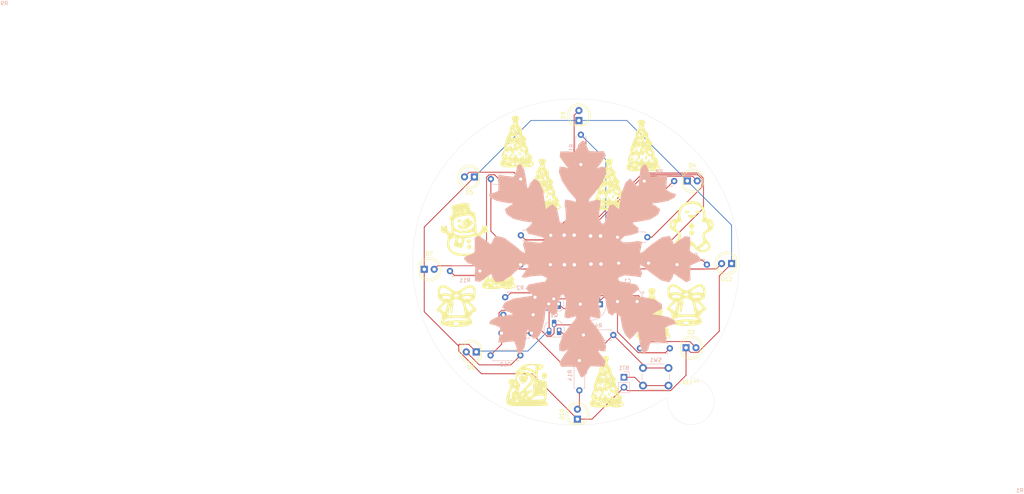
<source format=kicad_pcb>
(kicad_pcb (version 20241229) (generator "pcbnew") (generator_version "9.0")
  (layers (0 "F.Cu" signal) (2 "B.Cu" signal) (13 "F.Paste" user) (15 "B.Paste" user) (5 "F.SilkS" user "F.Silkscreen") (7 "B.SilkS" user "B.Silkscreen") (1 "F.Mask" user) (3 "B.Mask" user) (25 "Edge.Cuts" user))
  (net 0 "")
  (net 1 "Net-(BT1--)")
  (net 2 "Net-(BT1-+)")
  (net 3 "Net-(Q1-B)")
  (net 4 "Net-(Q2-C)")
  (net 5 "Net-(Q2-B)")
  (net 6 "Net-(Q1-C)")
  (net 7 "Net-(D1-A)")
  (net 8 "Net-(D2-A)")
  (net 9 "Net-(D3-A)")
  (net 10 "Net-(D4-A)")
  (net 11 "Net-(D5-A)")
  (net 12 "Net-(D6-A)")
  (net 13 "Net-(D7-A)")
  (net 14 "Net-(D8-A)")
  (net 15 "Net-(D9-A)")
  (net 16 "Net-(D10-A)")
  (net 17 "Net-(D11-A)")
  (net 18 "Net-(D12-A)")
  (net 19 "Net-(R1-Pad1)")
  (footprint "LOGO" (layer "F.Cu") (at 206.81 48.96)
    (property "Reference" "G***" (hide yes))
    (property "Value" "LOGO" (hide yes))
  )
  (footprint "LED_THT:LED_D5.0mm" (layer "F.Cu") (at 180.846299 58.443674)
    (property "Reference" "D11" (at 1.27 -3.96 0) (layer "F.SilkS"))
    (property "Value" "LED")
    (pad "1" thru_hole rect (at 0 0) (size 1.8 1.8) (drill 0.9) (layers "*.Cu" "*.Mask") (net 1 "Net-(BT1--)"))
    (pad "2" thru_hole circle (at 2.54 0) (size 1.8 1.8) (drill 0.9) (layers "*.Cu" "*.Mask") (net 17 "Net-(D11-A)"))
  )
  (footprint "LOGO" (layer "F.Cu") (at 184.87 88.37)
    (property "Reference" "G***" (at 0 0 0) (layer "F.SilkS") (effects (font (size 1.5 1.5) (thickness 0.3))))
    (property "Value" "LOGO" (hide yes))
  )
  (footprint "LED_THT:LED_D5.0mm" (layer "F.Cu") (at 138.317813 59.77721)
    (property "Reference" "D7" (at 1.27 -3.96 0) (layer "F.SilkS"))
    (property "Value" "LED")
    (pad "1" thru_hole rect (at 0 0) (size 1.8 1.8) (drill 0.9) (layers "*.Cu" "*.Mask") (net 1 "Net-(BT1--)"))
    (pad "2" thru_hole circle (at 2.54 0) (size 1.8 1.8) (drill 0.9) (layers "*.Cu" "*.Mask") (net 13 "Net-(D7-A)"))
  )
  (footprint "LOGO" (layer "F.Cu") (at 148.76 49.64)
    (property "Reference" "G***" (hide yes))
    (property "Value" "LOGO" (hide yes))
  )
  (footprint "LED_THT:LED_D5.0mm" (layer "F.Cu") (at 174.009888 51.056558)
    (property "Reference" "D8" (at 1.27 -3.96 0) (layer "F.SilkS"))
    (property "Value" "LED")
    (pad "1" thru_hole rect (at 0 0) (size 1.8 1.8) (drill 0.9) (layers "*.Cu" "*.Mask") (net 1 "Net-(BT1--)"))
    (pad "2" thru_hole circle (at 2.54 0) (size 1.8 1.8) (drill 0.9) (layers "*.Cu" "*.Mask") (net 14 "Net-(D8-A)"))
  )
  (footprint "LOGO" (layer "F.Cu") (at 205.2 68.99)
    (property "Reference" "G***" (hide yes))
    (property "Value" "LOGO" (hide yes))
  )
  (footprint "LED_THT:LED_D5.0mm" (layer "F.Cu") (at 205.09645 79.803416)
    (property "Reference" "D2" (at 1.27 -3.96 0) (layer "F.SilkS"))
    (property "Value" "LED")
    (pad "1" thru_hole rect (at 0 0) (size 1.8 1.8) (drill 0.9) (layers "*.Cu" "*.Mask") (net 1 "Net-(BT1--)"))
    (pad "2" thru_hole circle (at 2.54 0) (size 1.8 1.8) (drill 0.9) (layers "*.Cu" "*.Mask") (net 8 "Net-(D2-A)"))
  )
  (footprint "LED_THT:LED_D5.0mm" (layer "F.Cu") (at 183.29 51.28 180)
    (property "Reference" "D1" (at 1.27 -3.96 0) (layer "F.SilkS"))
    (property "Value" "LED")
    (pad "1" thru_hole rect (at 0 0 180) (size 1.8 1.8) (drill 0.9) (layers "*.Cu" "*.Mask") (net 1 "Net-(BT1--)"))
    (pad "2" thru_hole circle (at 2.54 0 180) (size 1.8 1.8) (drill 0.9) (layers "*.Cu" "*.Mask") (net 7 "Net-(D1-A)"))
  )
  (footprint "LOGO" (layer "F.Cu") (at 157.36 58.12)
    (property "Reference" "G***" (at 0 0 0) (layer "F.SilkS") (effects (font (size 1.5 1.5) (thickness 0.3))))
    (property "Value" "LOGO" (hide yes))
  )
  (footprint "LED_THT:LED_D5.0mm" (layer "F.Cu") (at 151.113832 36.187037 180)
    (property "Reference" "D5" (at 1.27 -3.96 0) (layer "F.SilkS"))
    (property "Value" "LED")
    (pad "1" thru_hole rect (at 0 0 180) (size 1.8 1.8) (drill 0.9) (layers "*.Cu" "*.Mask") (net 1 "Net-(BT1--)"))
    (pad "2" thru_hole circle (at 2.54 0 180) (size 1.8 1.8) (drill 0.9) (layers "*.Cu" "*.Mask") (net 11 "Net-(D5-A)"))
  )
  (footprint "LOGO" (layer "F.Cu") (at 146.58 69.22)
    (property "Reference" "G***" (hide yes))
    (property "Value" "LOGO" (hide yes))
  )
  (footprint "MountingHole:MountingHole_3.7mm" (layer "F.Cu") (at 206.3 93.34)
    (property "Reference" "REF**" (at 0 -4.65 0) (layer "F.SilkS"))
    (property "Value" "MountingHole_3.7mm")
    (pad "" np_thru_hole circle (at 0 0) (size 3.7 3.7) (drill 3.7) (layers "*.Cu" "*.Mask"))
  )
  (footprint "LED_THT:LED_D5.0mm" (layer "F.Cu") (at 177.762471 21.782892 90)
    (property "Reference" "D9" (at 1.27 -3.96 90) (layer "F.SilkS"))
    (property "Value" "LED")
    (pad "1" thru_hole rect (at 0 0 90) (size 1.8 1.8) (drill 0.9) (layers "*.Cu" "*.Mask") (net 1 "Net-(BT1--)"))
    (pad "2" thru_hole circle (at 2.54 0 90) (size 1.8 1.8) (drill 0.9) (layers "*.Cu" "*.Mask") (net 15 "Net-(D9-A)"))
  )
  (footprint "LOGO" (layer "F.Cu") (at 194.19 28.04)
    (property "Reference" "G***" (at 0 0 0) (layer "F.SilkS") (effects (font (size 1.5 1.5) (thickness 0.3))))
    (property "Value" "LOGO" (hide yes))
  )
  (footprint "LOGO" (layer "F.Cu") (at 161.98 27.06)
    (property "Reference" "G***" (at 0 0 0) (layer "F.SilkS") (effects (font (size 1.5 1.5) (thickness 0.3))))
    (property "Value" "LOGO" (hide yes))
  )
  (footprint "LED_THT:LED_D5.0mm" (layer "F.Cu") (at 174.064626 58.613358)
    (property "Reference" "D3" (at 1.27 -3.96 0) (layer "F.SilkS"))
    (property "Value" "LED")
    (pad "1" thru_hole rect (at 0 0) (size 1.8 1.8) (drill 0.9) (layers "*.Cu" "*.Mask") (net 1 "Net-(BT1--)"))
    (pad "2" thru_hole circle (at 2.54 0) (size 1.8 1.8) (drill 0.9) (layers "*.Cu" "*.Mask") (net 9 "Net-(D3-A)"))
  )
  (footprint "LOGO" (layer "F.Cu") (at 185.85 38.01)
    (property "Reference" "G***" (at 0 0 0) (layer "F.SilkS") (effects (font (size 1.5 1.5) (thickness 0.3))))
    (property "Value" "LOGO" (hide yes))
  )
  (footprint "LED_THT:LED_D5.0mm" (layer "F.Cu") (at 177.39 98.045 90)
    (property "Reference" "D10" (at 1.27 -3.96 90) (layer "F.SilkS"))
    (property "Value" "LED")
    (pad "1" thru_hole rect (at 0 0 90) (size 1.8 1.8) (drill 0.9) (layers "*.Cu" "*.Mask") (net 1 "Net-(BT1--)"))
    (pad "2" thru_hole circle (at 2.54 0 90) (size 1.8 1.8) (drill 0.9) (layers "*.Cu" "*.Mask") (net 16 "Net-(D10-A)"))
  )
  (footprint "LOGO" (layer "F.Cu") (at 168.85 38.01)
    (property "Reference" "G***" (at 0 0 0) (layer "F.SilkS") (effects (font (size 1.5 1.5) (thickness 0.3))))
    (property "Value" "LOGO" (hide yes))
  )
  (footprint "LOGO" (layer "F.Cu") (at 196.81 71.04)
    (property "Reference" "G***" (at 0 0 0) (layer "F.SilkS") (effects (font (size 1.5 1.5) (thickness 0.3))))
    (property "Value" "LOGO" (hide yes))
  )
  (footprint "LED_THT:LED_D5.0mm" (layer "F.Cu") (at 151.576696 80.871969 180)
    (property "Reference" "D6" (at 1.27 -3.96 0) (layer "F.SilkS"))
    (property "Value" "LED")
    (pad "1" thru_hole rect (at 0 0 180) (size 1.8 1.8) (drill 0.9) (layers "*.Cu" "*.Mask") (net 1 "Net-(BT1--)"))
    (pad "2" thru_hole circle (at 2.54 0 180) (size 1.8 1.8) (drill 0.9) (layers "*.Cu" "*.Mask") (net 12 "Net-(D6-A)"))
  )
  (footprint "LED_THT:LED_D5.0mm" (layer "F.Cu") (at 205.414547 37.205186)
    (property "Reference" "D4" (at 1.27 -3.96 0) (layer "F.SilkS"))
    (property "Value" "LED")
    (pad "1" thru_hole rect (at 0 0) (size 1.8 1.8) (drill 0.9) (layers "*.Cu" "*.Mask") (net 1 "Net-(BT1--)"))
    (pad "2" thru_hole circle (at 2.54 0) (size 1.8 1.8) (drill 0.9) (layers "*.Cu" "*.Mask") (net 10 "Net-(D4-A)"))
  )
  (footprint "LED_THT:LED_D5.0mm" (layer "F.Cu") (at 216.71 58.32 180)
    (property "Reference" "D12" (at 1.27 -3.96 0) (layer "F.SilkS"))
    (property "Value" "LED")
    (pad "1" thru_hole rect (at 0 0 180) (size 1.8 1.8) (drill 0.9) (layers "*.Cu" "*.Mask") (net 1 "Net-(BT1--)"))
    (pad "2" thru_hole circle (at 2.54 0 180) (size 1.8 1.8) (drill 0.9) (layers "*.Cu" "*.Mask") (net 18 "Net-(D12-A)"))
  )
  (footprint "LOGO" (layer "F.Cu") (at 164.56 89.31)
    (property "Reference" "G***" (hide yes))
    (property "Value" "LOGO" (hide yes))
  )
  (footprint "Resistor_THT:R_Axial_DIN0207_L6.3mm_D2.5mm_P7.62mm_Horizontal" (layer "B.Cu") (at 166.11 71.38 180)
    (property "Reference" "R1" (at -124.105302 -44.87 0) (layer "B.SilkS") (effects (justify mirror)))
    (property "Value" "1M")
    (pad "1" thru_hole circle (at 0 0 180) (size 1.6 1.6) (drill 0.8) (layers "*.Cu" "*.Mask") (net 19 "Net-(R1-Pad1)"))
    (pad "2" thru_hole circle (at 7.62 0 180) (size 1.6 1.6) (drill 0.8) (layers "*.Cu" "*.Mask") (net 3 "Net-(Q1-B)"))
  )
  (footprint "Resistor_THT:R_Axial_DIN0207_L6.3mm_D2.5mm_P7.62mm_Horizontal" (layer "B.Cu") (at 210.42 58.58 180)
    (property "Reference" "R16" (at 3.81 2.37 0) (layer "B.SilkS") (effects (justify mirror)))
    (property "Value" "R_US")
    (pad "1" thru_hole circle (at 0 0 180) (size 1.6 1.6) (drill 0.8) (layers "*.Cu" "*.Mask") (net 6 "Net-(Q1-C)"))
    (pad "2" thru_hole circle (at 7.62 0 180) (size 1.6 1.6) (drill 0.8) (layers "*.Cu" "*.Mask") (net 18 "Net-(D12-A)"))
  )
  (footprint "Resistor_THT:R_Axial_DIN0207_L6.3mm_D2.5mm_P7.62mm_Horizontal" (layer "B.Cu") (at 155.23 81.75)
    (property "Reference" "R10" (at 3.81 2.37 0) (layer "B.SilkS") (effects (justify mirror)))
    (property "Value" "R_US")
    (pad "1" thru_hole circle (at 0 0) (size 1.6 1.6) (drill 0.8) (layers "*.Cu" "*.Mask") (net 4 "Net-(Q2-C)"))
    (pad "2" thru_hole circle (at 7.62 0) (size 1.6 1.6) (drill 0.8) (layers "*.Cu" "*.Mask") (net 12 "Net-(D6-A)"))
  )
  (footprint "Resistor_THT:R_Axial_DIN0207_L6.3mm_D2.5mm_P7.62mm_Horizontal" (layer "B.Cu") (at 177.89 83.075 -90)
    (property "Reference" "R14" (at 3.81 2.37 90) (layer "B.SilkS") (effects (justify mirror)))
    (property "Value" "R_US")
    (pad "1" thru_hole circle (at 0 0 270) (size 1.6 1.6) (drill 0.8) (layers "*.Cu" "*.Mask") (net 6 "Net-(Q1-C)"))
    (pad "2" thru_hole circle (at 7.62 0 270) (size 1.6 1.6) (drill 0.8) (layers "*.Cu" "*.Mask") (net 16 "Net-(D10-A)"))
  )
  (footprint "Resistor_THT:R_Axial_DIN0207_L6.3mm_D2.5mm_P7.62mm_Horizontal" (layer "B.Cu") (at 200.96 79.96 180)
    (property "Reference" "R6" (at 3.81 2.37 0) (layer "B.SilkS") (effects (justify mirror)))
    (property "Value" "R_US")
    (pad "1" thru_hole circle (at 0 0 180) (size 1.6 1.6) (drill 0.8) (layers "*.Cu" "*.Mask") (net 4 "Net-(Q2-C)"))
    (pad "2" thru_hole circle (at 7.62 0 180) (size 1.6 1.6) (drill 0.8) (layers "*.Cu" "*.Mask") (net 8 "Net-(D2-A)"))
  )
  (footprint "Capacitor_THT:CP_Radial_D8.0mm_P5.00mm" (layer "B.Cu") (at 183.12 68.69 180)
    (property "Reference" "C2" (at 2.5 5.25 0) (layer "B.SilkS") (effects (justify mirror)))
    (property "Value" "0.47uf")
    (pad "1" thru_hole roundrect (at 0 0 180) (size 1.6 1.6) (drill 0.8) (layers "*.Cu" "*.Mask") (roundrect_rratio 0.15625) (net 6 "Net-(Q1-C)"))
    (pad "2" thru_hole circle (at 5 0 180) (size 1.6 1.6) (drill 0.8) (layers "*.Cu" "*.Mask") (net 5 "Net-(Q2-B)"))
  )
  (footprint "Resistor_THT:R_Axial_DIN0207_L6.3mm_D2.5mm_P7.62mm_Horizontal" (layer "B.Cu") (at 202.07 37.25 180)
    (property "Reference" "R8" (at 3.81 2.37 0) (layer "B.SilkS") (effects (justify mirror)))
    (property "Value" "R_US")
    (pad "1" thru_hole circle (at 0 0 180) (size 1.6 1.6) (drill 0.8) (layers "*.Cu" "*.Mask") (net 4 "Net-(Q2-C)"))
    (pad "2" thru_hole circle (at 7.62 0 180) (size 1.6 1.6) (drill 0.8) (layers "*.Cu" "*.Mask") (net 10 "Net-(D4-A)"))
  )
  (footprint "LOGO" (layer "B.Cu") (at 178.69 57.15 180)
    (property "Reference" "G***" (at 0 0 0) (layer "B.SilkS") (effects (font (size 1.5 1.5) (thickness 0.3)) (justify mirror)))
    (property "Value" "LOGO" (hide yes))
  )
  (footprint "Resistor_THT:R_Axial_DIN0207_L6.3mm_D2.5mm_P7.62mm_Horizontal" (layer "B.Cu") (at 165.64 76.09 180)
    (property "Reference" "R3" (at 3.81 2.37 0) (layer "B.SilkS") (effects (justify mirror)))
    (property "Value" "8.2K")
    (pad "1" thru_hole circle (at 0 0 180) (size 1.6 1.6) (drill 0.8) (layers "*.Cu" "*.Mask") (net 19 "Net-(R1-Pad1)"))
    (pad "2" thru_hole circle (at 7.62 0 180) (size 1.6 1.6) (drill 0.8) (layers "*.Cu" "*.Mask") (net 4 "Net-(Q2-C)"))
  )
  (footprint "Package_TO_SOT_THT:TO-92L_HandSolder" (layer "B.Cu") (at 172.71 75.24 180)
    (property "Reference" "Q1" (at 1.27 3.8 0) (layer "B.SilkS") (effects (justify mirror)))
    (property "Value" "NPN")
    (pad "1" thru_hole rect (at 0 0 180) (size 1.1 1.8) (drill 0.75 (offset 0 -0.4)) (layers "*.Cu" "*.Mask") (net 6 "Net-(Q1-C)"))
    (pad "2" thru_hole roundrect (at 1.27 1.27 180) (size 1.1 1.8) (drill 0.75 (offset 0 0.4)) (layers "*.Cu" "*.Mask") (net 3 "Net-(Q1-B)"))
    (pad "3" thru_hole roundrect (at 2.54 0 180) (size 1.1 1.8) (drill 0.75 (offset 0 -0.4)) (layers "*.Cu" "*.Mask") (net 1 "Net-(BT1--)"))
  )
  (footprint "Resistor_THT:R_Axial_DIN0207_L6.3mm_D2.5mm_P7.62mm_Horizontal" (layer "B.Cu") (at 170.59 51.1 180)
    (property "Reference" "R12" (at 3.81 2.37 0) (layer "B.SilkS") (effects (justify mirror)))
    (property "Value" "R_US")
    (pad "1" thru_hole circle (at 0 0 180) (size 1.6 1.6) (drill 0.8) (layers "*.Cu" "*.Mask") (net 6 "Net-(Q1-C)"))
    (pad "2" thru_hole circle (at 7.62 0 180) (size 1.6 1.6) (drill 0.8) (layers "*.Cu" "*.Mask") (net 14 "Net-(D8-A)"))
  )
  (footprint "Resistor_THT:R_Axial_DIN0207_L6.3mm_D2.5mm_P7.62mm_Horizontal" (layer "B.Cu") (at 186.55 76.56 180)
    (property "Reference" "R4" (at 3.81 2.37 0) (layer "B.SilkS") (effects (justify mirror)))
    (property "Value" "8.2K")
    (pad "1" thru_hole circle (at 0 0 180) (size 1.6 1.6) (drill 0.8) (layers "*.Cu" "*.Mask") (net 19 "Net-(R1-Pad1)"))
    (pad "2" thru_hole circle (at 7.62 0 180) (size 1.6 1.6) (drill 0.8) (layers "*.Cu" "*.Mask") (net 6 "Net-(Q1-C)"))
  )
  (footprint "Resistor_THT:R_Axial_DIN0207_L6.3mm_D2.5mm_P7.62mm_Horizontal" (layer "B.Cu") (at 187.62 51.58)
    (property "Reference" "R5" (at 3.81 2.37 0) (layer "B.SilkS") (effects (justify mirror)))
    (property "Value" "R_US")
    (pad "1" thru_hole circle (at 0 0) (size 1.6 1.6) (drill 0.8) (layers "*.Cu" "*.Mask") (net 4 "Net-(Q2-C)"))
    (pad "2" thru_hole circle (at 7.62 0) (size 1.6 1.6) (drill 0.8) (layers "*.Cu" "*.Mask") (net 7 "Net-(D1-A)"))
  )
  (footprint "Resistor_THT:R_Axial_DIN0207_L6.3mm_D2.5mm_P7.62mm_Horizontal" (layer "B.Cu") (at 170.49 58.58 180)
    (property "Reference" "R7" (at 3.81 2.37 0) (layer "B.SilkS") (effects (justify mirror)))
    (property "Value" "R_US")
    (pad "1" thru_hole circle (at 0 0 180) (size 1.6 1.6) (drill 0.8) (layers "*.Cu" "*.Mask") (net 4 "Net-(Q2-C)"))
    (pad "2" thru_hole circle (at 7.62 0 180) (size 1.6 1.6) (drill 0.8) (layers "*.Cu" "*.Mask") (net 9 "Net-(D3-A)"))
  )
  (footprint "Button_Switch_THT:SW_PUSH_6mm" (layer "B.Cu") (at 200.62 84.97 180)
    (property "Reference" "SW1" (at 3.25 2 0) (layer "B.SilkS") (effects (justify mirror)))
    (property "Value" "SW_Push")
    (pad "1" thru_hole circle (at 0 0 90) (size 2 2) (drill 1.1) (layers "*.Cu" "*.Mask") (net 19 "Net-(R1-Pad1)"))
    (pad "1" thru_hole circle (at 6.5 0 90) (size 2 2) (drill 1.1) (layers "*.Cu" "*.Mask") (net 19 "Net-(R1-Pad1)"))
    (pad "2" thru_hole circle (at 0 -4.5 90) (size 2 2) (drill 1.1) (layers "*.Cu" "*.Mask") (net 2 "Net-(BT1-+)"))
    (pad "2" thru_hole circle (at 6.5 -4.5 90) (size 2 2) (drill 1.1) (layers "*.Cu" "*.Mask") (net 2 "Net-(BT1-+)"))
  )
  (footprint "Connector_PinHeader_2.54mm:PinHeader_1x02_P2.54mm_Vertical" (layer "B.Cu") (at 189.26 87.36 180)
    (property "Reference" "BT1" (at 0 2.38 0) (layer "B.SilkS") (effects (justify mirror)))
    (property "Value" "Battery")
    (pad "1" thru_hole rect (at 0 0 180) (size 1.7 1.7) (drill 1) (layers "*.Cu" "*.Mask") (net 2 "Net-(BT1-+)"))
    (pad "2" thru_hole circle (at 0 -2.54 180) (size 1.7 1.7) (drill 1) (layers "*.Cu" "*.Mask") (net 1 "Net-(BT1--)"))
  )
  (footprint "Resistor_THT:R_Axial_DIN0207_L6.3mm_D2.5mm_P7.62mm_Horizontal" (layer "B.Cu") (at 178.262471 25.412892 -90)
    (property "Reference" "R13" (at 3.81 2.37 90) (layer "B.SilkS") (effects (justify mirror)))
    (property "Value" "R_US")
    (pad "1" thru_hole circle (at 0 0 270) (size 1.6 1.6) (drill 0.8) (layers "*.Cu" "*.Mask") (net 6 "Net-(Q1-C)"))
    (pad "2" thru_hole circle (at 7.62 0 270) (size 1.6 1.6) (drill 0.8) (layers "*.Cu" "*.Mask") (net 15 "Net-(D9-A)"))
  )
  (footprint "Package_TO_SOT_THT:TO-92L_HandSolder" (layer "B.Cu") (at 172.61 68.6 180)
    (property "Reference" "Q2" (at 1.27 3.8 0) (layer "B.SilkS") (effects (justify mirror)))
    (property "Value" "NPN")
    (pad "1" thru_hole rect (at 0 0 180) (size 1.1 1.8) (drill 0.75 (offset 0 -0.4)) (layers "*.Cu" "*.Mask") (net 4 "Net-(Q2-C)"))
    (pad "2" thru_hole roundrect (at 1.27 1.27 180) (size 1.1 1.8) (drill 0.75 (offset 0 0.4)) (layers "*.Cu" "*.Mask") (net 5 "Net-(Q2-B)"))
    (pad "3" thru_hole roundrect (at 2.54 0 180) (size 1.1 1.8) (drill 0.75 (offset 0 -0.4)) (layers "*.Cu" "*.Mask") (net 1 "Net-(BT1--)"))
  )
  (footprint "Resistor_THT:R_Axial_DIN0207_L6.3mm_D2.5mm_P7.62mm_Horizontal" (layer "B.Cu") (at 155.3 36.73)
    (property "Reference" "R9" (at -124.105302 -44.87 0) (layer "B.SilkS") (effects (justify mirror)))
    (property "Value" "R_US")
    (pad "1" thru_hole circle (at 0 0) (size 1.6 1.6) (drill 0.8) (layers "*.Cu" "*.Mask") (net 4 "Net-(Q2-C)"))
    (pad "2" thru_hole circle (at 7.62 0) (size 1.6 1.6) (drill 0.8) (layers "*.Cu" "*.Mask") (net 11 "Net-(D5-A)"))
  )
  (footprint "Resistor_THT:R_Axial_DIN0207_L6.3mm_D2.5mm_P7.62mm_Horizontal" (layer "B.Cu") (at 187.9 58.2)
    (property "Reference" "R15" (at 3.81 2.37 0) (layer "B.SilkS") (effects (justify mirror)))
    (property "Value" "R_US")
    (pad "1" thru_hole circle (at 0 0) (size 1.6 1.6) (drill 0.8) (layers "*.Cu" "*.Mask") (net 6 "Net-(Q1-C)"))
    (pad "2" thru_hole circle (at 7.62 0) (size 1.6 1.6) (drill 0.8) (layers "*.Cu" "*.Mask") (net 17 "Net-(D11-A)"))
  )
  (footprint "Resistor_THT:R_Axial_DIN0207_L6.3mm_D2.5mm_P7.62mm_Horizontal" (layer "B.Cu") (at 144.88 60.22)
    (property "Reference" "R11" (at 3.81 2.37 0) (layer "B.SilkS") (effects (justify mirror)))
    (property "Value" "R_US")
    (pad "1" thru_hole circle (at 0 0) (size 1.6 1.6) (drill 0.8) (layers "*.Cu" "*.Mask") (net 6 "Net-(Q1-C)"))
    (pad "2" thru_hole circle (at 7.62 0) (size 1.6 1.6) (drill 0.8) (layers "*.Cu" "*.Mask") (net 13 "Net-(D7-A)"))
  )
  (footprint "Resistor_THT:R_Axial_DIN0207_L6.3mm_D2.5mm_P7.62mm_Horizontal" (layer "B.Cu") (at 166.58 66.91 180)
    (property "Reference" "R2" (at 3.81 2.37 0) (layer "B.SilkS") (effects (justify mirror)))
    (property "Value" "1M")
    (pad "1" thru_hole circle (at 0 0 180) (size 1.6 1.6) (drill 0.8) (layers "*.Cu" "*.Mask") (net 19 "Net-(R1-Pad1)"))
    (pad "2" thru_hole circle (at 7.62 0 180) (size 1.6 1.6) (drill 0.8) (layers "*.Cu" "*.Mask") (net 5 "Net-(Q2-B)"))
  )
  (footprint "Capacitor_THT:CP_Radial_D8.0mm_P5.00mm" (layer "B.Cu") (at 192.61 68.01 180)
    (property "Reference" "C1" (at 2.5 5.25 0) (layer "B.SilkS") (effects (justify mirror)))
    (property "Value" "0.47uf")
    (pad "1" thru_hole roundrect (at 0 0 180) (size 1.6 1.6) (drill 0.8) (layers "*.Cu" "*.Mask") (roundrect_rratio 0.15625) (net 3 "Net-(Q1-B)"))
    (pad "2" thru_hole circle (at 5 0 180) (size 1.6 1.6) (drill 0.8) (layers "*.Cu" "*.Mask") (net 4 "Net-(Q2-C)"))
  )
  (gr_arc (start 200.032457 92.612103) (mid 150.764287 25.561625) (end 206.2 87.61) (stroke (width 0.05)) (layer "Edge.Cuts"))
  (gr_arc (start 206.2 87.61) (mid 210.292394 97.934745) (end 200.507769 92.680303) (stroke (width 0.05)) (layer "Edge.Cuts"))
  (gr_line (start 200.507769 92.680306) (end 200.032457 92.612103) (stroke (width 0.05)) (layer "Edge.Cuts"))
  (segment (start 138.317813 48.983056) (end 151.113832 36.187037) (width 0.2) (layer "F.Cu") (net 1))
  (segment (start 205.09645 79.803416) (end 205.09645 86.833442) (width 0.2) (layer "F.Cu") (net 1))
  (segment (start 181.115 98.045) (end 177.39 98.045) (width 0.2) (layer "F.Cu") (net 1))
  (segment (start 152.916256 86.45) (end 147.11 80.643744) (width 0.2) (layer "F.Cu") (net 1))
  (segment (start 213.58 61.45) (end 216.71 58.32) (width 0.2) (layer "F.Cu") (net 1))
  (segment (start 206.29745 81.004416) (end 208.133921 81.004416) (width 0.2) (layer "F.Cu") (net 1))
  (segment (start 170.07 68.6) (end 170.17 68.7) (width 0.2) (layer "F.Cu") (net 1))
  (segment (start 189.26 89.9) (end 181.115 98.045) (width 0.2) (layer "F.Cu") (net 1))
  (segment (start 147.11 80.643744) (end 147.11 79.41) (width 0.2) (layer "F.Cu") (net 1))
  (segment (start 205.09645 86.833442) (end 201.158892 90.771) (width 0.2) (layer "F.Cu") (net 1))
  (segment (start 205.09645 79.803416) (end 206.29745 81.004416) (width 0.2) (layer "F.Cu") (net 1))
  (segment (start 149.654727 78.95) (end 151.576696 80.871969) (width 0.2) (layer "F.Cu") (net 1))
  (segment (start 170.17 68.7) (end 170.17 75.24) (width 0.2) (layer "F.Cu") (net 1))
  (segment (start 208.133921 81.004416) (end 213.58 75.558337) (width 0.2) (layer "F.Cu") (net 1))
  (segment (start 138.317813 59.77721) (end 138.317813 48.983056) (width 0.2) (layer "F.Cu") (net 1))
  (segment (start 147.11 79.41) (end 147.11 78.95) (width 0.2) (layer "F.Cu") (net 1))
  (segment (start 190.131 90.771) (end 189.26 89.9) (width 0.2) (layer "F.Cu") (net 1))
  (segment (start 213.58 75.558337) (end 213.58 61.45) (width 0.2) (layer "F.Cu") (net 1))
  (segment (start 138.317813 59.77721) (end 138.317813 70.617813) (width 0.2) (layer "F.Cu") (net 1))
  (segment (start 177.39 98.045) (end 165.795 86.45) (width 0.2) (layer "F.Cu") (net 1))
  (segment (start 165.795 86.45) (end 152.916256 86.45) (width 0.2) (layer "F.Cu") (net 1))
  (segment (start 138.317813 70.617813) (end 147.11 79.41) (width 0.2) (layer "F.Cu") (net 1))
  (segment (start 147.11 78.95) (end 149.654727 78.95) (width 0.2) (layer "F.Cu") (net 1))
  (segment (start 201.158892 90.771) (end 190.131 90.771) (width 0.2) (layer "F.Cu") (net 1))
  (segment (start 165.517977 21.782892) (end 177.762471 21.782892) (width 0.2) (layer "B.Cu") (net 1))
  (segment (start 183.29 55.999973) (end 180.846299 58.443674) (width 0.2) (layer "B.Cu") (net 1))
  (segment (start 170.07 64.77) (end 170.07 68.6) (width 0.2) (layer "B.Cu") (net 1))
  (segment (start 175.265626 59.814358) (end 179.475615 59.814358) (width 0.2) (layer "B.Cu") (net 1))
  (segment (start 189.992253 21.782892) (end 205.414547 37.205186) (width 0.2) (layer "B.Cu") (net 1))
  (segment (start 179.475615 59.814358) (end 180.846299 58.443674) (width 0.2) (layer "B.Cu") (net 1))
  (segment (start 174.009888 51.056558) (end 174.009888 58.55862) (width 0.2) (layer "B.Cu") (net 1))
  (segment (start 151.799665 80.649) (end 151.576696 80.871969) (width 0.2) (layer "B.Cu") (net 1))
  (segment (start 216.71 58.32) (end 216.71 48.500639) (width 0.2) (layer "B.Cu") (net 1))
  (segment (start 170.17 75.24) (end 164.761 80.649) (width 0.2) (layer "B.Cu") (net 1))
  (segment (start 164.761 80.649) (end 151.799665 80.649) (width 0.2) (layer "B.Cu") (net 1))
  (segment (start 175.145634 59.694366) (end 170.07 64.77) (width 0.2) (layer "B.Cu") (net 1))
  (segment (start 177.762471 21.782892) (end 189.992253 21.782892) (width 0.2) (layer "B.Cu") (net 1))
  (segment (start 216.71 48.500639) (end 205.414547 37.205186) (width 0.2) (layer "B.Cu") (net 1))
  (segment (start 175.145634 59.694366) (end 175.265626 59.814358) (width 0.2) (layer "B.Cu") (net 1))
  (segment (start 183.29 51.28) (end 183.29 55.999973) (width 0.2) (layer "B.Cu") (net 1))
  (segment (start 151.113832 36.187037) (end 165.517977 21.782892) (width 0.2) (layer "B.Cu") (net 1))
  (segment (start 174.064626 58.613358) (end 175.145634 59.694366) (width 0.2) (layer "B.Cu") (net 1))
  (segment (start 174.009888 58.55862) (end 174.064626 58.613358) (width 0.2) (layer "B.Cu") (net 1))
  (segment (start 192.01 87.36) (end 189.26 87.36) (width 0.2) (layer "F.Cu") (net 2))
  (segment (start 194.12 89.47) (end 192.01 87.36) (width 0.2) (layer "F.Cu") (net 2))
  (segment (start 200.62 89.47) (end 194.12 89.47) (width 0.2) (layer "F.Cu") (net 2))
  (segment (start 182.33484 67.589) (end 182.019 67.90484) (width 0.2) (layer "F.Cu") (net 3))
  (segment (start 171.44 73.97) (end 171.44 76.092206) (width 0.2) (layer "F.Cu") (net 3))
  (segment (start 170.691206 76.841) (end 169.648794 76.841) (width 0.2) (layer "F.Cu") (net 3))
  (segment (start 169.648794 76.841) (end 167.44 74.632206) (width 0.2) (layer "F.Cu") (net 3))
  (segment (start 167.44 73.39) (end 160.5 73.39) (width 0.2) (layer "F.Cu") (net 3))
  (segment (start 171.44 76.092206) (end 170.691206 76.841) (width 0.2) (layer "F.Cu") (net 3))
  (segment (start 183.381 67.589) (end 182.33484 67.589) (width 0.2) (layer "F.Cu") (net 3))
  (segment (start 160.5 73.39) (end 158.49 71.38) (width 0.2) (layer "F.Cu") (net 3))
  (segment (start 182.019 68.951) (end 177 73.97) (width 0.2) (layer "F.Cu") (net 3))
  (segment (start 192.61 68.01) (end 191.509 66.909) (width 0.2) (layer "F.Cu") (net 3))
  (segment (start 191.509 66.909) (end 184.061 66.909) (width 0.2) (layer "F.Cu") (net 3))
  (segment (start 182.019 67.90484) (end 182.019 68.951) (width 0.2) (layer "F.Cu") (net 3))
  (segment (start 177 73.97) (end 171.44 73.97) (width 0.2) (layer "F.Cu") (net 3))
  (segment (start 184.061 66.909) (end 183.381 67.589) (width 0.2) (layer "F.Cu") (net 3))
  (segment (start 167.44 74.632206) (end 167.44 73.39) (width 0.2) (layer "F.Cu") (net 3))
  (segment (start 182.84874 66.508) (end 192.99416 66.508) (width 0.2) (layer "F.Cu") (net 4))
  (segment (start 182.84874 66.508) (end 179.557268 66.508) (width 0.2) (layer "F.Cu") (net 4))
  (segment (start 172.61 68.6) (end 173.801 69.791) (width 0.2) (layer "F.Cu") (net 4))
  (segment (start 161.769 58.12395) (end 162.41395 57.479) (width 0.2) (layer "F.Cu") (net 4))
  (segment (start 201.95 37.25) (end 202.07 37.25) (width 0.2) (layer "F.Cu") (net 4))
  (segment (start 187.62 56.92295) (end 187.62 51.58) (width 0.2) (layer "F.Cu") (net 4))
  (segment (start 192.99416 66.508) (end 193.711 67.22484) (width 0.2) (layer "F.Cu") (net 4))
  (segment (start 158.02 78.96) (end 155.23 81.75) (width 0.2) (layer "F.Cu") (net 4))
  (segment (start 162.41395 59.681) (end 161.769 59.03605) (width 0.2) (layer "F.Cu") (net 4))
  (segment (start 179.56574 69.791) (end 182.84874 66.508) (width 0.2) (layer "F.Cu") (net 4))
  (segment (start 158.02 76.09) (end 158.02 78.96) (width 0.2) (layer "F.Cu") (net 4))
  (segment (start 169.389 59.681) (end 162.41395 59.681) (width 0.2) (layer "F.Cu") (net 4))
  (segment (start 170.49 58.58) (end 169.389 59.681) (width 0.2) (layer "F.Cu") (net 4))
  (segment (start 171.629268 58.58) (end 170.49 58.58) (width 0.2) (layer "F.Cu") (net 4))
  (segment (start 162.749 57.479) (end 155.3 50.03) (width 0.2) (layer "F.Cu") (net 4))
  (segment (start 192.88395 81.061) (end 199.859 81.061) (width 0.2) (layer "F.Cu") (net 4))
  (segment (start 161.769 59.03605) (end 161.769 58.12395) (width 0.2) (layer "F.Cu") (net 4))
  (segment (start 193.39516 69.111) (end 188.711 69.111) (width 0.2) (layer "F.Cu") (net 4))
  (segment (start 193.711 68.79516) (end 193.39516 69.111) (width 0.2) (layer "F.Cu") (net 4))
  (segment (start 199.859 81.061) (end 200.96 79.96) (width 0.2) (layer "F.Cu") (net 4))
  (segment (start 155.3 50.03) (end 155.3 36.73) (width 0.2) (layer "F.Cu") (net 4))
  (segment (start 193.711 67.22484) (end 193.711 68.79516) (width 0.2) (layer "F.Cu") (net 4))
  (segment (start 188.711 69.111) (end 187.61 68.01) (width 0.2) (layer "F.Cu") (net 4))
  (segment (start 187.61 75.78705) (end 192.88395 81.061) (width 0.2) (layer "F.Cu") (net 4))
  (segment (start 182.84874 61.69421) (end 187.62 56.92295) (width 0.2) (layer "F.Cu") (net 4))
  (segment (start 173.801 69.791) (end 179.56574 69.791) (width 0.2) (layer "F.Cu") (net 4))
  (segment (start 182.84874 66.508) (end 182.84874 61.69421) (width 0.2) (layer "F.Cu") (net 4))
  (segment (start 187.62 51.58) (end 201.95 37.25) (width 0.2) (layer "F.Cu") (net 4))
  (segment (start 162.41395 57.479) (end 162.749 57.479) (width 0.2) (layer "F.Cu") (net 4))
  (segment (start 179.557268 66.508) (end 171.629268 58.58) (width 0.2) (layer "F.Cu") (net 4))
  (segment (start 187.61 68.01) (end 187.61 75.78705) (width 0.2) (layer "F.Cu") (net 4))
  (segment (start 163.909 70.201) (end 158.02 76.09) (width 0.2) (layer "B.Cu") (net 4))
  (segment (start 172.61 68.6) (end 171.009 70.201) (width 0.2) (layer "B.Cu") (net 4))
  (segment (start 171.009 70.201) (end 163.909 70.201) (width 0.2) (layer "B.Cu") (net 4))
  (segment (start 178.12 68.69) (end 175.239 65.809) (width 0.2) (layer "F.Cu") (net 5))
  (segment (start 178.12 68.69) (end 176.76 67.33) (width 0.2) (layer "F.Cu") (net 5))
  (segment (start 160.361 65.809) (end 158.96 67.21) (width 0.2) (layer "F.Cu") (net 5))
  (segment (start 158.96 67.21) (end 158.96 66.91) (width 0.2) (layer "F.Cu") (net 5))
  (segment (start 175.239 65.809) (end 160.361 65.809) (width 0.2) (layer "F.Cu") (net 5))
  (segment (start 176.76 67.33) (end 171.34 67.33) (width 0.2) (layer "F.Cu") (net 5))
  (segment (start 200.14195 59.681) (end 202.34395 57.479) (width 0.2) (layer "F.Cu") (net 6))
  (segment (start 154.199 60.07805) (end 154.199 36.27395) (width 0.2) (layer "F.Cu") (net 6))
  (segment (start 177.89 77.6) (end 178.93 76.56) (width 0.2) (layer "F.Cu") (net 6))
  (segment (start 187.9 58.2) (end 189.381 59.681) (width 0.2) (layer "F.Cu") (net 6))
  (segment (start 154.84395 35.629) (end 156.25037 35.629) (width 0.2) (layer "F.Cu") (net 6))
  (segment (start 179.57 26.720421) (end 178.262471 25.412892) (width 0.2) (layer "F.Cu") (net 6))
  (segment (start 170.59 51.1) (end 179.57 42.12) (width 0.2) (layer "F.Cu") (net 6))
  (segment (start 209.319 57.479) (end 210.42 58.58) (width 0.2) (layer "F.Cu") (net 6))
  (segment (start 152.95605 61.321) (end 154.199 60.07805) (width 0.2) (layer "F.Cu") (net 6))
  (segment (start 154.199 36.27395) (end 154.84395 35.629) (width 0.2) (layer "F.Cu") (net 6))
  (segment (start 178.93 72.88) (end 183.12 68.69) (width 0.2) (layer "F.Cu") (net 6))
  (segment (start 177.89 83.075) (end 177.89 77.6) (width 0.2) (layer "F.Cu") (net 6))
  (segment (start 156.25037 35.629) (end 170.59 49.96863) (width 0.2) (layer "F.Cu") (net 6))
  (segment (start 189.381 59.681) (end 200.14195 59.681) (width 0.2) (layer "F.Cu") (net 6))
  (segment (start 178.93 76.56) (end 174.03 76.56) (width 0.2) (layer "F.Cu") (net 6))
  (segment (start 202.34395 57.479) (end 209.319 57.479) (width 0.2) (layer "F.Cu") (net 6))
  (segment (start 170.59 49.96863) (end 170.59 51.1) (width 0.2) (layer "F.Cu") (net 6))
  (segment (start 178.93 76.56) (end 178.93 72.88) (width 0.2) (layer "F.Cu") (net 6))
  (segment (start 174.03 76.56) (end 172.71 75.24) (width 0.2) (layer "F.Cu") (net 6))
  (segment (start 144.88 60.22) (end 145.981 61.321) (width 0.2) (layer "F.Cu") (net 6))
  (segment (start 145.981 61.321) (end 152.95605 61.321) (width 0.2) (layer "F.Cu") (net 6))
  (segment (start 179.57 42.12) (end 179.57 26.720421) (width 0.2) (layer "F.Cu") (net 6))
  (segment (start 184.62 31.770421) (end 178.262471 25.412892) (width 0.2) (layer "B.Cu") (net 6))
  (segment (start 183.12 68.69) (end 183.12 62.98) (width 0.2) (layer "B.Cu") (net 6))
  (segment (start 187.9 58.2) (end 184.62 54.92) (width 0.2) (layer "B.Cu") (net 6))
  (segment (start 184.62 54.92) (end 184.62 31.770421) (width 0.2) (layer "B.Cu") (net 6))
  (segment (start 183.12 62.98) (end 187.9 58.2) (width 0.2) (layer "B.Cu") (net 6))
  (segment (start 209.155547 38.795823) (end 209.155547 36.707715) (width 0.2) (layer "F.Cu") (net 7))
  (segment (start 194.539764 35.603186) (end 180.75 49.39295) (width 0.2) (layer "F.Cu") (net 7))
  (segment (start 195.24 51.58) (end 196.37137 51.58) (width 0.2) (layer "F.Cu") (net 7))
  (segment (start 208.051018 35.603186) (end 194.539764 35.603186) (width 0.2) (layer "F.Cu") (net 7))
  (segment (start 180.75 49.39295) (end 180.75 51.28) (width 0.2) (layer "F.Cu") (net 7))
  (segment (start 209.155547 36.707715) (end 208.051018 35.603186) (width 0.2) (layer "F.Cu") (net 7))
  (segment (start 196.37137 51.58) (end 209.155547 38.795823) (width 0.2) (layer "F.Cu") (net 7))
  (segment (start 206.053034 78.22) (end 195.08 78.22) (width 0.2) (layer "F.Cu") (net 8))
  (segment (start 195.08 78.22) (end 193.34 79.96) (width 0.2) (layer "F.Cu") (net 8))
  (segment (start 207.63645 79.803416) (end 206.053034 78.22) (width 0.2) (layer "F.Cu") (net 8))
  (segment (start 162.87 58.58) (end 164.037642 57.412358) (width 0.2) (layer "F.Cu") (net 9))
  (segment (start 175.403626 57.412358) (end 176.604626 58.613358) (width 0.2) (layer "F.Cu") (net 9))
  (segment (start 164.037642 57.412358) (end 175.403626 57.412358) (width 0.2) (layer "F.Cu") (net 9))
  (segment (start 195.695814 36.004186) (end 194.45 37.25) (width 0.2) (layer "F.Cu") (net 10))
  (segment (start 206.753547 36.004186) (end 195.695814 36.004186) (width 0.2) (layer "F.Cu") (net 10))
  (segment (start 207.954547 37.205186) (end 206.753547 36.004186) (width 0.2) (layer "F.Cu") (net 10))
  (segment (start 162.92 36.73) (end 161.176037 34.986037) (width 0.2) (layer "F.Cu") (net 11))
  (segment (start 161.176037 34.986037) (end 149.774832 34.986037) (width 0.2) (layer "F.Cu") (net 11))
  (segment (start 149.774832 34.986037) (end 148.573832 36.187037) (width 0.2) (layer "F.Cu") (net 11))
  (segment (start 152.344727 84.18) (end 149.036696 80.871969) (width 0.2) (layer "F.Cu") (net 12))
  (segment (start 162.85 81.75) (end 160.42 84.18) (width 0.2) (layer "F.Cu") (net 12))
  (segment (start 160.42 84.18) (end 152.344727 84.18) (width 0.2) (layer "F.Cu") (net 12))
  (segment (start 141.757813 58.87721) (end 140.857813 59.77721) (width 0.2) (layer "F.Cu") (net 13))
  (segment (start 152.5 60.22) (end 151.15721 58.87721) (width 0.2) (layer "F.Cu") (net 13))
  (segment (start 151.15721 58.87721) (end 141.757813 58.87721) (width 0.2) (layer "F.Cu") (net 13))
  (segment (start 162.97 51.1) (end 164.127558 52.257558) (width 0.2) (layer "F.Cu") (net 14))
  (segment (start 164.127558 52.257558) (end 175.348888 52.257558) (width 0.2) (layer "F.Cu") (net 14))
  (segment (start 175.348888 52.257558) (end 176.549888 51.056558) (width 0.2) (layer "F.Cu") (net 14))
  (segment (start 176.561471 31.331892) (end 178.262471 33.032892) (width 0.2) (layer "F.Cu") (net 15))
  (segment (start 177.762471 19.242892) (end 176.561471 20.443892) (width 0.2) (layer "F.Cu") (net 15))
  (segment (start 176.561471 20.443892) (end 176.561471 31.331892) (width 0.2) (layer "F.Cu") (net 15))
  (segment (start 177.89 90.695) (end 177.89 95.005) (width 0.2) (layer "F.Cu") (net 16))
  (segment (start 177.89 95.005) (end 177.39 95.505) (width 0.2) (layer "F.Cu") (net 16))
  (segment (start 195.52 58.2) (end 209.556547 44.163453) (width 0.2) (layer "F.Cu") (net 17))
  (segment (start 179.549 54.606375) (end 183.386299 58.443674) (width 0.2) (layer "F.Cu") (net 17))
  (segment (start 208.217118 35.202186) (end 194.077814 35.202186) (width 0.2) (layer "F.Cu") (net 17))
  (segment (start 209.556547 44.163453) (end 209.556547 36.541615) (width 0.2) (layer "F.Cu") (net 17))
  (segment (start 209.556547 36.541615) (end 208.217118 35.202186) (width 0.2) (layer "F.Cu") (net 17))
  (segment (start 194.077814 35.202186) (end 179.549 49.731) (width 0.2) (layer "F.Cu") (net 17))
  (segment (start 179.549 49.731) (end 179.549 54.606375) (width 0.2) (layer "F.Cu") (net 17))
  (segment (start 203.901 59.681) (end 202.8 58.58) (width 0.2) (layer "F.Cu") (net 18))
  (segment (start 212.809 59.681) (end 203.901 59.681) (width 0.2) (layer "F.Cu") (net 18))
  (segment (start 214.17 58.32) (end 212.809 59.681) (width 0.2) (layer "F.Cu") (net 18))
  (segment (start 194.12 84.13) (end 194.12 84.97) (width 0.2) (layer "F.Cu") (net 19))
  (segment (start 157.389 70.92395) (end 157.389 71.83605) (width 0.2) (layer "F.Cu") (net 19))
  (segment (start 166.11 71.38) (end 165.009 70.279) (width 0.2) (layer "F.Cu") (net 19))
  (segment (start 165.009 70.279) (end 158.03395 70.279) (width 0.2) (layer "F.Cu") (net 19))
  (segment (start 166.58 66.91) (end 166.58 70.91) (width 0.2) (layer "F.Cu") (net 19))
  (segment (start 186.55 76.56) (end 178.72 84.39) (width 0.2) (layer "F.Cu") (net 19))
  (segment (start 158.03395 70.279) (end 157.389 70.92395) (width 0.2) (layer "F.Cu") (net 19))
  (segment (start 200.62 84.97) (end 194.12 84.97) (width 0.2) (layer "F.Cu") (net 19))
  (segment (start 166.58 70.91) (end 166.11 71.38) (width 0.2) (layer "F.Cu") (net 19))
  (segment (start 178.72 84.39) (end 173.94 84.39) (width 0.2) (layer "F.Cu") (net 19))
  (segment (start 173.94 84.39) (end 165.64 76.09) (width 0.2) (layer "F.Cu") (net 19))
  (segment (start 161.64295 76.09) (end 165.64 76.09) (width 0.2) (layer "F.Cu") (net 19))
  (segment (start 186.55 76.56) (end 194.12 84.13) (width 0.2) (layer "F.Cu") (net 19))
  (segment (start 157.389 71.83605) (end 161.64295 76.09) (width 0.2) (layer "F.Cu") (net 19))
)
</source>
